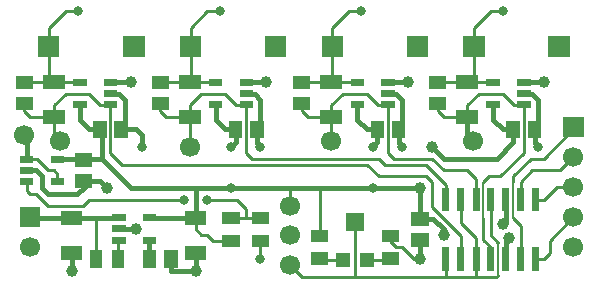
<source format=gtl>
G04 start of page 2 for group 0 idx 0 *
G04 Title: Das Blinkinput, top *
G04 Creator: pcb 1.99z *
G04 CreationDate: Thu 04 Jun 2015 03:29:16 PM GMT UTC *
G04 For: eelco *
G04 Format: Gerber/RS-274X *
G04 PCB-Dimensions (mil): 3937.01 3937.01 *
G04 PCB-Coordinate-Origin: lower left *
%MOIN*%
%FSLAX25Y25*%
%LNTOP*%
%ADD23C,0.0197*%
%ADD22C,0.0315*%
%ADD21C,0.0394*%
%ADD20R,0.0472X0.0472*%
%ADD19R,0.0591X0.0591*%
%ADD18R,0.0413X0.0413*%
%ADD17R,0.0453X0.0453*%
%ADD16R,0.0236X0.0236*%
%ADD15C,0.0001*%
%ADD14C,0.0669*%
%ADD13C,0.0079*%
%ADD12C,0.0098*%
%ADD11C,0.0157*%
G54D11*X146063Y206693D02*Y212992D01*
G54D12*X128150Y206693D02*Y220472D01*
G54D11*X120079Y208661D02*Y202756D01*
X141732Y216535D02*X141535Y216732D01*
X135827D01*
X106299Y220630D02*X106457Y220472D01*
X110236Y230315D02*X112205Y228346D01*
X122047D01*
X124409Y230709D01*
X106457Y220472D02*X135827D01*
X146063D02*X161417D01*
Y230315D01*
Y202756D02*Y208661D01*
Y202756D02*X153150D01*
Y206693D01*
X168110Y258071D02*Y253150D01*
X171260Y250000D01*
X178346Y261811D02*X181102D01*
X183071Y259843D01*
Y251181D01*
X181890Y250000D01*
X171260D02*X174803D01*
X173228Y244094D02*X174803Y245669D01*
Y250000D01*
X183071Y244094D02*X181890Y245276D01*
Y250000D01*
X215354Y258071D02*Y253150D01*
X225591Y261811D02*X228346D01*
X230315Y259843D01*
Y251181D01*
X229134Y250000D01*
X215354Y253150D02*X218504Y250000D01*
X222047D01*
X220472Y244094D02*X222047Y245669D01*
Y250000D01*
X230315Y244094D02*X229134Y245276D01*
Y250000D01*
X122835Y258071D02*Y253150D01*
X125984Y250000D01*
X129528D01*
X133071Y261811D02*X135827D01*
X137795Y259843D01*
Y251181D01*
X136614Y250000D01*
X124016Y232677D02*X129528D01*
X131890Y230315D01*
X115354Y239961D02*X130118D01*
X139764Y230315D01*
X124409Y230709D02*Y232677D01*
X129528Y250000D02*X130118Y249409D01*
X143701Y244094D02*Y248031D01*
X141732Y250000D01*
X136614D01*
X130118Y249409D02*Y239961D01*
X105118Y236220D02*X108268D01*
X110236Y234252D01*
Y230315D01*
X260630Y258071D02*Y253150D01*
X263780Y250000D01*
X267323D01*
X275591Y259843D02*X273622Y261811D01*
X270866D01*
X275591Y259843D02*Y251181D01*
X274409Y250000D01*
X275591Y244094D02*X274409Y245276D01*
Y250000D01*
X267323Y245669D02*Y250000D01*
X240157Y244094D02*X244094Y240157D01*
X261811D01*
X267323Y245669D02*X261811Y240157D01*
X139764Y230315D02*X236220D01*
Y212992D02*Y206693D01*
Y220079D02*Y230315D01*
X240551Y220079D02*X236220D01*
X263780Y218504D02*X264764Y219488D01*
Y226378D01*
X240551Y220079D02*X244094Y216535D01*
Y214567D01*
X264764Y206693D02*Y212598D01*
X265748Y213583D02*X264764Y212598D01*
G54D12*X198819Y253937D02*X206693D01*
Y257874D02*X210630Y261811D01*
X218504D01*
G54D11*X185039Y265748D02*X184843Y265551D01*
X178346D01*
G54D12*X218504Y261811D02*X222244Y258071D01*
X225591D01*
X196850Y255906D02*X198819Y253937D01*
X180315Y240157D02*X222441D01*
X224409Y238189D01*
X218504D02*X222441Y234252D01*
X206693Y257874D02*Y246063D01*
X159764Y283780D02*X165354Y289370D01*
X169291D01*
X159764Y265551D02*Y283780D01*
X135630Y206693D02*Y212992D01*
X210630Y206299D02*X202756D01*
Y214370D02*Y230315D01*
X161417Y220472D02*Y216535D01*
X163386Y214567D01*
X165354D01*
X167126Y212795D02*X165354Y214567D01*
X125984Y226378D02*X157480D01*
X165354D02*X175197D01*
X173228Y212795D02*X167126D01*
X183071Y206693D02*Y212795D01*
X173228Y220276D02*X183071D01*
X269882Y217795D02*Y206496D01*
X178150Y220276D02*Y223425D01*
X175197Y226378D01*
X192913Y224409D02*Y230315D01*
X168110Y265551D02*X149606D01*
Y258465D02*Y255906D01*
X151575Y253937D01*
X159449D01*
Y257874D02*X163386Y261811D01*
X215354Y265551D02*X196850D01*
X122835D02*X104331D01*
X260630D02*X242126D01*
G54D11*X139764Y265748D02*X139567Y265551D01*
X133071D01*
G54D12*X163386Y261811D02*X171260D01*
X175000Y258071D01*
X178346D01*
X129724D02*X133071D01*
X244094Y253937D02*X251969D01*
Y257874D02*X255906Y261811D01*
X251969Y257874D02*Y253937D01*
X255906Y261811D02*X263780D01*
X267520Y258071D01*
X270866D01*
X115354Y232480D02*Y235039D01*
X112205Y236220D02*X114173D01*
X115354Y235039D01*
X116142Y246063D02*X114173Y248031D01*
X105118Y232480D02*Y229528D01*
Y239961D02*X108465D01*
X112205Y236220D01*
X105118Y229528D02*X106299Y228346D01*
X108268D01*
X112205Y224409D01*
X124016D01*
X125984Y226378D01*
G54D11*X105118Y239961D02*Y247244D01*
X104331Y248031D01*
G54D12*X196850Y258465D02*Y255906D01*
X137008Y238189D02*X218504D01*
X137008D02*X133071Y242126D01*
Y258071D01*
X159449Y257874D02*Y244094D01*
X178346Y258071D02*Y242126D01*
X180315Y240157D01*
X267205Y232283D02*Y234252D01*
X104331Y258465D02*Y255906D01*
X106299Y253937D01*
X114173D01*
Y257874D02*X118110Y261811D01*
X125984D01*
X129724Y258071D01*
X112520Y283780D02*X118110Y289370D01*
X122047D01*
X112520Y265551D02*Y283780D01*
X114173Y257874D02*Y248031D01*
X244882Y206693D02*Y200787D01*
X218504Y206299D02*X226378D01*
X214567Y219094D02*Y200787D01*
X236220Y206693D02*X234252D01*
X254921Y213583D02*X249803Y218701D01*
X262283Y212126D02*X259843Y214567D01*
X257402Y213071D02*X259843Y210630D01*
Y206693D01*
X249803D02*Y214370D01*
X234252Y206693D02*X230315Y210630D01*
X228346D01*
X226378Y212598D01*
Y214370D01*
X254921Y200787D02*Y213583D01*
X261811Y200787D02*X262283Y201260D01*
G54D13*Y212126D01*
G54D12*X261811Y200787D02*X196850D01*
X192913Y204724D01*
X249803Y218701D02*Y226378D01*
G54D13*X257402Y232283D02*Y220472D01*
G54D12*X259843Y214567D02*Y226378D01*
X257402Y220472D02*Y213071D01*
X240157Y224016D02*X249803Y214370D01*
X244882Y231496D02*Y226378D01*
X225591Y258071D02*Y242126D01*
X227559Y240157D02*X225591Y242126D01*
X242126Y258465D02*X239567D01*
X227559Y240157D02*X240157D01*
X222441Y234252D02*X238189D01*
X240157Y232283D01*
Y224016D01*
Y240157D02*X244094Y236220D01*
X251969D01*
X224409Y238189D02*X238189D01*
X244882Y231496D01*
X242126Y258465D02*Y255906D01*
X244094Y253937D01*
X254252Y265551D02*Y283780D01*
X207008D02*X212598Y289370D01*
X207008Y265551D02*Y283780D01*
X212598Y289370D02*X216535D01*
X254252Y283780D02*X259843Y289370D01*
X263780D01*
G54D11*X277559Y265748D02*X277362Y265551D01*
X270866D01*
X232283Y265748D02*X232087Y265551D01*
X225591D01*
G54D12*X270866Y242126D02*X262992Y234252D01*
X270866Y258071D02*Y242126D01*
G54D11*X253937Y246063D02*X251969Y248031D01*
Y253937D01*
G54D12*X254921Y233268D02*Y226378D01*
X269882D02*Y232480D01*
X257402Y232283D02*X259370Y234252D01*
X262992D01*
X251969Y236220D02*X254921Y233268D01*
X267205Y234252D02*X273110Y240157D01*
X277559Y206693D02*X279528Y208661D01*
Y212756D01*
X287402Y220630D01*
X277559Y206693D02*X274803D01*
Y226378D02*X277559D01*
X281811Y230630D01*
X287402D01*
X267205Y220472D02*X269882Y217795D01*
G54D13*X267205Y220472D02*Y232283D01*
G54D12*X277559Y240157D02*X287402Y250000D01*
X273110Y240157D02*X277559D01*
X287402Y250000D02*Y250630D01*
X269882Y232480D02*X273622Y236220D01*
X282992D01*
X287402Y240630D01*
G54D14*X253937Y246063D03*
X206693D03*
G54D15*G36*
X284055Y253976D02*Y247283D01*
X290748D01*
Y253976D01*
X284055D01*
G37*
G54D14*X116142Y246063D03*
G54D15*G36*
X102953Y223976D02*Y217283D01*
X109646D01*
Y223976D01*
X102953D01*
G37*
G54D14*X106299Y210630D03*
X159449Y244094D03*
X104331Y248031D03*
X287402Y240630D03*
Y230630D03*
Y220630D03*
Y210630D03*
X192913Y204724D03*
Y214567D03*
Y224409D03*
G54D16*X259843Y229035D02*Y223720D01*
X254921Y229035D02*Y223720D01*
X249803Y229035D02*Y223720D01*
X244882Y229035D02*Y223720D01*
X274803Y229035D02*Y223720D01*
X269882Y229035D02*Y223720D01*
X264764Y229035D02*Y223720D01*
X269783Y265551D02*X271949D01*
X259547D02*X261713D01*
X259547Y258071D02*X261713D01*
X244882Y209350D02*Y204035D01*
X249803Y209350D02*Y204035D01*
G54D17*X250591Y265748D02*X253346D01*
X250591Y253937D02*X253346D01*
G54D16*X254921Y209350D02*Y204035D01*
X259843Y209350D02*Y204035D01*
X264764Y209350D02*Y204035D01*
X269882Y209350D02*Y204035D01*
X274803Y209350D02*Y204035D01*
G54D18*X201969Y214370D02*X203543D01*
X201969Y206890D02*X203543D01*
X225591D02*X227165D01*
X225591Y214370D02*X227165D01*
G54D15*G36*
X208268Y208661D02*Y203937D01*
X212992D01*
Y208661D01*
X208268D01*
G37*
G36*
X216142D02*Y203937D01*
X220866D01*
Y208661D01*
X216142D01*
G37*
G54D19*X214370Y219094D02*X214764D01*
G54D18*X182283Y220276D02*X183858D01*
X182283Y212795D02*X183858D01*
G54D17*X235630Y220079D02*X236811D01*
X235630Y212992D02*X236811D01*
X267323Y250591D02*Y249409D01*
X274409Y250591D02*Y249409D01*
G54D16*X269783Y258071D02*X271949D01*
X269783Y261811D02*X271949D01*
G54D15*G36*
X231811Y281102D02*Y274016D01*
X238898D01*
Y281102D01*
X231811D01*
G37*
G54D17*X241535Y265551D02*X242717D01*
X241535Y258465D02*X242717D01*
G54D15*G36*
X250709Y281102D02*Y274016D01*
X257795D01*
Y281102D01*
X250709D01*
G37*
G36*
X279055D02*Y274016D01*
X286142D01*
Y281102D01*
X279055D01*
G37*
G54D17*X222047Y250591D02*Y249409D01*
X205315Y253937D02*X208071D01*
G54D16*X214272Y258071D02*X216437D01*
G54D17*X229134Y250591D02*Y249409D01*
G54D16*X224508Y258071D02*X226673D01*
X224508Y261811D02*X226673D01*
X224508Y265551D02*X226673D01*
G54D15*G36*
X203465Y281102D02*Y274016D01*
X210551D01*
Y281102D01*
X203465D01*
G37*
G54D17*X205315Y265748D02*X208071D01*
G54D16*X214272Y265551D02*X216437D01*
G54D15*G36*
X184567Y281102D02*Y274016D01*
X191654D01*
Y281102D01*
X184567D01*
G37*
G54D16*X104035Y239961D02*X106201D01*
X104035Y236220D02*X106201D01*
X104035Y232480D02*X106201D01*
G54D17*X103740Y265551D02*X104921D01*
X103740Y258465D02*X104921D01*
G54D16*X114272Y232480D02*X116437D01*
X114272Y239961D02*X116437D01*
G54D17*X112795Y265748D02*X115551D01*
X112795Y253937D02*X115551D01*
G54D15*G36*
X108976Y281102D02*Y274016D01*
X116063D01*
Y281102D01*
X108976D01*
G37*
G54D17*X123425Y239764D02*X124606D01*
X123425Y232677D02*X124606D01*
X129528Y250591D02*Y249409D01*
X136614Y250591D02*Y249409D01*
G54D16*X131988Y258071D02*X134154D01*
X131988Y261811D02*X134154D01*
X131988Y265551D02*X134154D01*
X121752D02*X123917D01*
X121752Y258071D02*X123917D01*
G54D18*X172441Y212795D02*X174016D01*
G54D20*X160138Y208661D02*X162697D01*
G54D18*X172441Y220276D02*X174016D01*
G54D20*X160138Y220472D02*X162697D01*
G54D16*X134744D02*X136909D01*
X134744Y216732D02*X136909D01*
X144980Y220472D02*X147146D01*
G54D17*X146063Y207283D02*Y206102D01*
X153150Y207283D02*Y206102D01*
G54D18*X128150Y207480D02*Y205906D01*
X135630Y207480D02*Y205906D01*
G54D16*X134744Y212992D02*X136909D01*
X144980D02*X147146D01*
G54D20*X118799Y220472D02*X121358D01*
X118799Y208661D02*X121358D01*
G54D17*X174803Y250591D02*Y249409D01*
X181890Y250591D02*Y249409D01*
X196260Y265551D02*X197441D01*
X196260Y258465D02*X197441D01*
G54D16*X177264Y258071D02*X179429D01*
X177264Y261811D02*X179429D01*
X177264Y265551D02*X179429D01*
G54D15*G36*
X137323Y281102D02*Y274016D01*
X144409D01*
Y281102D01*
X137323D01*
G37*
G36*
X156220D02*Y274016D01*
X163307D01*
Y281102D01*
X156220D01*
G37*
G54D17*X158071Y265748D02*X160827D01*
G54D16*X167028Y265551D02*X169193D01*
G54D17*X158071Y253937D02*X160827D01*
G54D16*X167028Y258071D02*X169193D01*
G54D17*X149016Y265551D02*X150197D01*
X149016Y258465D02*X150197D01*
G54D21*X185039Y265748D03*
G54D22*X169685Y289370D03*
X122244D03*
G54D21*X139764Y265748D03*
G54D22*X140866Y277559D03*
X159764D03*
X157480Y226378D03*
X143701Y244094D03*
G54D21*X131890Y230315D03*
G54D22*X173228Y244094D03*
G54D21*X161417Y202756D03*
X120079D03*
X141732Y216535D03*
G54D22*X112520Y277559D03*
G54D21*X232283Y265748D03*
G54D22*X263976Y289370D03*
X254252Y277559D03*
X183071Y206693D03*
G54D21*X236220D03*
G54D22*X282598Y277559D03*
G54D21*X240157Y244094D03*
G54D22*X275591D03*
X220472D03*
X230315D03*
G54D21*X277559Y265748D03*
G54D22*X207008Y277559D03*
X188110D03*
G54D21*X263780Y218504D03*
X244094Y214567D03*
X265748Y213583D03*
G54D22*X165354Y226378D03*
G54D21*X236220Y230315D03*
G54D22*X220472D03*
X173228D03*
X183071Y244094D03*
X216732Y289370D03*
X235354Y277559D03*
G54D23*G54D11*G54D23*G54D11*G54D23*G54D11*G54D23*G54D11*G54D23*G54D11*G54D23*G54D11*G54D23*G54D11*G54D23*G54D11*G54D23*G54D11*G54D23*G54D11*G54D21*M02*

</source>
